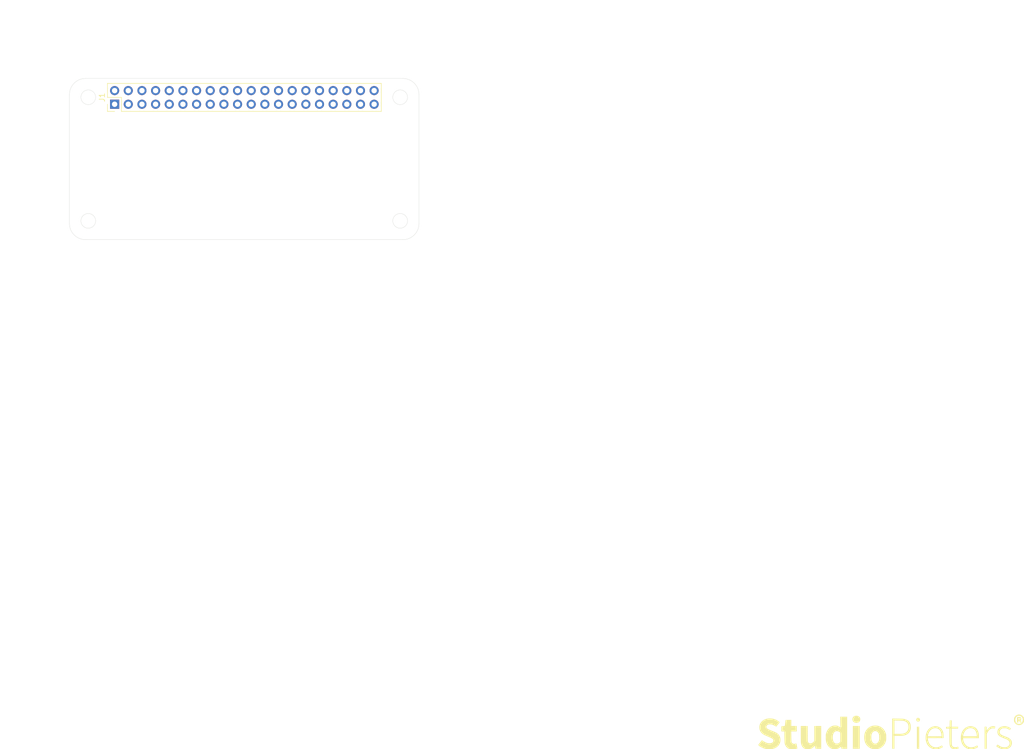
<source format=kicad_pcb>
(kicad_pcb (version 20171130) (host pcbnew "(6.0.0-rc1-dev-1430-g6339ae60e)")

  (general
    (thickness 1.6)
    (drawings 45)
    (tracks 0)
    (zones 0)
    (modules 2)
    (nets 41)
  )

  (page A4)
  (title_block
    (title "Raspberry Pi® Zero W - Hat Template")
    (date 2018-12-28)
    (rev 1.0.8)
    (company StudioPieters®)
    (comment 1 https://www.studiopieters.nl)
  )

  (layers
    (0 F.Cu signal)
    (31 B.Cu signal)
    (32 B.Adhes user)
    (33 F.Adhes user)
    (34 B.Paste user)
    (35 F.Paste user)
    (36 B.SilkS user)
    (37 F.SilkS user)
    (38 B.Mask user)
    (39 F.Mask user)
    (40 Dwgs.User user)
    (41 Cmts.User user)
    (42 Eco1.User user)
    (43 Eco2.User user)
    (44 Edge.Cuts user)
    (45 Margin user)
    (46 B.CrtYd user)
    (47 F.CrtYd user)
    (48 B.Fab user)
    (49 F.Fab user)
  )

  (setup
    (last_trace_width 0.25)
    (trace_clearance 0.2)
    (zone_clearance 0.508)
    (zone_45_only no)
    (trace_min 0.2)
    (via_size 0.8)
    (via_drill 0.4)
    (via_min_size 0.4)
    (via_min_drill 0.3)
    (uvia_size 0.3)
    (uvia_drill 0.1)
    (uvias_allowed no)
    (uvia_min_size 0.2)
    (uvia_min_drill 0.1)
    (edge_width 0.05)
    (segment_width 0.2)
    (pcb_text_width 0.3)
    (pcb_text_size 1.5 1.5)
    (mod_edge_width 0.12)
    (mod_text_size 1 1)
    (mod_text_width 0.15)
    (pad_size 1.524 1.524)
    (pad_drill 0.762)
    (pad_to_mask_clearance 0.051)
    (solder_mask_min_width 0.25)
    (aux_axis_origin 0 0)
    (visible_elements FFFFFF7F)
    (pcbplotparams
      (layerselection 0x010fc_ffffffff)
      (usegerberextensions false)
      (usegerberattributes false)
      (usegerberadvancedattributes false)
      (creategerberjobfile false)
      (excludeedgelayer true)
      (linewidth 0.100000)
      (plotframeref false)
      (viasonmask false)
      (mode 1)
      (useauxorigin false)
      (hpglpennumber 1)
      (hpglpenspeed 20)
      (hpglpendiameter 15.000000)
      (psnegative false)
      (psa4output false)
      (plotreference true)
      (plotvalue true)
      (plotinvisibletext false)
      (padsonsilk false)
      (subtractmaskfromsilk false)
      (outputformat 1)
      (mirror false)
      (drillshape 1)
      (scaleselection 1)
      (outputdirectory ""))
  )

  (net 0 "")
  (net 1 "Net-(J1-Pad1)")
  (net 2 "Net-(J1-Pad2)")
  (net 3 "Net-(J1-Pad3)")
  (net 4 "Net-(J1-Pad4)")
  (net 5 "Net-(J1-Pad5)")
  (net 6 "Net-(J1-Pad6)")
  (net 7 "Net-(J1-Pad7)")
  (net 8 "Net-(J1-Pad8)")
  (net 9 "Net-(J1-Pad9)")
  (net 10 "Net-(J1-Pad10)")
  (net 11 "Net-(J1-Pad11)")
  (net 12 "Net-(J1-Pad12)")
  (net 13 "Net-(J1-Pad13)")
  (net 14 "Net-(J1-Pad14)")
  (net 15 "Net-(J1-Pad15)")
  (net 16 "Net-(J1-Pad16)")
  (net 17 "Net-(J1-Pad17)")
  (net 18 "Net-(J1-Pad18)")
  (net 19 "Net-(J1-Pad19)")
  (net 20 "Net-(J1-Pad20)")
  (net 21 "Net-(J1-Pad21)")
  (net 22 "Net-(J1-Pad22)")
  (net 23 "Net-(J1-Pad23)")
  (net 24 "Net-(J1-Pad24)")
  (net 25 "Net-(J1-Pad25)")
  (net 26 "Net-(J1-Pad26)")
  (net 27 "Net-(J1-Pad27)")
  (net 28 "Net-(J1-Pad28)")
  (net 29 "Net-(J1-Pad29)")
  (net 30 "Net-(J1-Pad30)")
  (net 31 "Net-(J1-Pad31)")
  (net 32 "Net-(J1-Pad32)")
  (net 33 "Net-(J1-Pad33)")
  (net 34 "Net-(J1-Pad34)")
  (net 35 "Net-(J1-Pad35)")
  (net 36 "Net-(J1-Pad36)")
  (net 37 "Net-(J1-Pad37)")
  (net 38 "Net-(J1-Pad38)")
  (net 39 "Net-(J1-Pad39)")
  (net 40 "Net-(J1-Pad40)")

  (net_class Default "This is the default net class."
    (clearance 0.2)
    (trace_width 0.25)
    (via_dia 0.8)
    (via_drill 0.4)
    (uvia_dia 0.3)
    (uvia_drill 0.1)
    (add_net "Net-(J1-Pad1)")
    (add_net "Net-(J1-Pad10)")
    (add_net "Net-(J1-Pad11)")
    (add_net "Net-(J1-Pad12)")
    (add_net "Net-(J1-Pad13)")
    (add_net "Net-(J1-Pad14)")
    (add_net "Net-(J1-Pad15)")
    (add_net "Net-(J1-Pad16)")
    (add_net "Net-(J1-Pad17)")
    (add_net "Net-(J1-Pad18)")
    (add_net "Net-(J1-Pad19)")
    (add_net "Net-(J1-Pad2)")
    (add_net "Net-(J1-Pad20)")
    (add_net "Net-(J1-Pad21)")
    (add_net "Net-(J1-Pad22)")
    (add_net "Net-(J1-Pad23)")
    (add_net "Net-(J1-Pad24)")
    (add_net "Net-(J1-Pad25)")
    (add_net "Net-(J1-Pad26)")
    (add_net "Net-(J1-Pad27)")
    (add_net "Net-(J1-Pad28)")
    (add_net "Net-(J1-Pad29)")
    (add_net "Net-(J1-Pad3)")
    (add_net "Net-(J1-Pad30)")
    (add_net "Net-(J1-Pad31)")
    (add_net "Net-(J1-Pad32)")
    (add_net "Net-(J1-Pad33)")
    (add_net "Net-(J1-Pad34)")
    (add_net "Net-(J1-Pad35)")
    (add_net "Net-(J1-Pad36)")
    (add_net "Net-(J1-Pad37)")
    (add_net "Net-(J1-Pad38)")
    (add_net "Net-(J1-Pad39)")
    (add_net "Net-(J1-Pad4)")
    (add_net "Net-(J1-Pad40)")
    (add_net "Net-(J1-Pad5)")
    (add_net "Net-(J1-Pad6)")
    (add_net "Net-(J1-Pad7)")
    (add_net "Net-(J1-Pad8)")
    (add_net "Net-(J1-Pad9)")
  )

  (module Connector_PinHeader_2.54mm:PinHeader_2x20_P2.54mm_Vertical (layer F.Cu) (tedit 59FED5CC) (tstamp 5C2616A7)
    (at 58.4 53.8 90)
    (descr "Through hole straight pin header, 2x20, 2.54mm pitch, double rows")
    (tags "Through hole pin header THT 2x20 2.54mm double row")
    (path /5C26120C)
    (fp_text reference J1 (at 1.27 -2.33 90) (layer F.SilkS)
      (effects (font (size 1 1) (thickness 0.15)))
    )
    (fp_text value Conn_02x20_Odd_Even (at 1.27 50.59 90) (layer F.Fab) hide
      (effects (font (size 1 1) (thickness 0.15)))
    )
    (fp_text user %R (at 1.27 24.13 180) (layer F.Fab)
      (effects (font (size 1 1) (thickness 0.15)))
    )
    (fp_line (start 4.35 -1.8) (end -1.8 -1.8) (layer F.CrtYd) (width 0.05))
    (fp_line (start 4.35 50.05) (end 4.35 -1.8) (layer F.CrtYd) (width 0.05))
    (fp_line (start -1.8 50.05) (end 4.35 50.05) (layer F.CrtYd) (width 0.05))
    (fp_line (start -1.8 -1.8) (end -1.8 50.05) (layer F.CrtYd) (width 0.05))
    (fp_line (start -1.33 -1.33) (end 0 -1.33) (layer F.SilkS) (width 0.12))
    (fp_line (start -1.33 0) (end -1.33 -1.33) (layer F.SilkS) (width 0.12))
    (fp_line (start 1.27 -1.33) (end 3.87 -1.33) (layer F.SilkS) (width 0.12))
    (fp_line (start 1.27 1.27) (end 1.27 -1.33) (layer F.SilkS) (width 0.12))
    (fp_line (start -1.33 1.27) (end 1.27 1.27) (layer F.SilkS) (width 0.12))
    (fp_line (start 3.87 -1.33) (end 3.87 49.59) (layer F.SilkS) (width 0.12))
    (fp_line (start -1.33 1.27) (end -1.33 49.59) (layer F.SilkS) (width 0.12))
    (fp_line (start -1.33 49.59) (end 3.87 49.59) (layer F.SilkS) (width 0.12))
    (fp_line (start -1.27 0) (end 0 -1.27) (layer F.Fab) (width 0.1))
    (fp_line (start -1.27 49.53) (end -1.27 0) (layer F.Fab) (width 0.1))
    (fp_line (start 3.81 49.53) (end -1.27 49.53) (layer F.Fab) (width 0.1))
    (fp_line (start 3.81 -1.27) (end 3.81 49.53) (layer F.Fab) (width 0.1))
    (fp_line (start 0 -1.27) (end 3.81 -1.27) (layer F.Fab) (width 0.1))
    (pad 40 thru_hole oval (at 2.54 48.26 90) (size 1.7 1.7) (drill 1) (layers *.Cu *.Mask)
      (net 40 "Net-(J1-Pad40)"))
    (pad 39 thru_hole oval (at 0 48.26 90) (size 1.7 1.7) (drill 1) (layers *.Cu *.Mask)
      (net 39 "Net-(J1-Pad39)"))
    (pad 38 thru_hole oval (at 2.54 45.72 90) (size 1.7 1.7) (drill 1) (layers *.Cu *.Mask)
      (net 38 "Net-(J1-Pad38)"))
    (pad 37 thru_hole oval (at 0 45.72 90) (size 1.7 1.7) (drill 1) (layers *.Cu *.Mask)
      (net 37 "Net-(J1-Pad37)"))
    (pad 36 thru_hole oval (at 2.54 43.18 90) (size 1.7 1.7) (drill 1) (layers *.Cu *.Mask)
      (net 36 "Net-(J1-Pad36)"))
    (pad 35 thru_hole oval (at 0 43.18 90) (size 1.7 1.7) (drill 1) (layers *.Cu *.Mask)
      (net 35 "Net-(J1-Pad35)"))
    (pad 34 thru_hole oval (at 2.54 40.64 90) (size 1.7 1.7) (drill 1) (layers *.Cu *.Mask)
      (net 34 "Net-(J1-Pad34)"))
    (pad 33 thru_hole oval (at 0 40.64 90) (size 1.7 1.7) (drill 1) (layers *.Cu *.Mask)
      (net 33 "Net-(J1-Pad33)"))
    (pad 32 thru_hole oval (at 2.54 38.1 90) (size 1.7 1.7) (drill 1) (layers *.Cu *.Mask)
      (net 32 "Net-(J1-Pad32)"))
    (pad 31 thru_hole oval (at 0 38.1 90) (size 1.7 1.7) (drill 1) (layers *.Cu *.Mask)
      (net 31 "Net-(J1-Pad31)"))
    (pad 30 thru_hole oval (at 2.54 35.56 90) (size 1.7 1.7) (drill 1) (layers *.Cu *.Mask)
      (net 30 "Net-(J1-Pad30)"))
    (pad 29 thru_hole oval (at 0 35.56 90) (size 1.7 1.7) (drill 1) (layers *.Cu *.Mask)
      (net 29 "Net-(J1-Pad29)"))
    (pad 28 thru_hole oval (at 2.54 33.02 90) (size 1.7 1.7) (drill 1) (layers *.Cu *.Mask)
      (net 28 "Net-(J1-Pad28)"))
    (pad 27 thru_hole oval (at 0 33.02 90) (size 1.7 1.7) (drill 1) (layers *.Cu *.Mask)
      (net 27 "Net-(J1-Pad27)"))
    (pad 26 thru_hole oval (at 2.54 30.48 90) (size 1.7 1.7) (drill 1) (layers *.Cu *.Mask)
      (net 26 "Net-(J1-Pad26)"))
    (pad 25 thru_hole oval (at 0 30.48 90) (size 1.7 1.7) (drill 1) (layers *.Cu *.Mask)
      (net 25 "Net-(J1-Pad25)"))
    (pad 24 thru_hole oval (at 2.54 27.94 90) (size 1.7 1.7) (drill 1) (layers *.Cu *.Mask)
      (net 24 "Net-(J1-Pad24)"))
    (pad 23 thru_hole oval (at 0 27.94 90) (size 1.7 1.7) (drill 1) (layers *.Cu *.Mask)
      (net 23 "Net-(J1-Pad23)"))
    (pad 22 thru_hole oval (at 2.54 25.4 90) (size 1.7 1.7) (drill 1) (layers *.Cu *.Mask)
      (net 22 "Net-(J1-Pad22)"))
    (pad 21 thru_hole oval (at 0 25.4 90) (size 1.7 1.7) (drill 1) (layers *.Cu *.Mask)
      (net 21 "Net-(J1-Pad21)"))
    (pad 20 thru_hole oval (at 2.54 22.86 90) (size 1.7 1.7) (drill 1) (layers *.Cu *.Mask)
      (net 20 "Net-(J1-Pad20)"))
    (pad 19 thru_hole oval (at 0 22.86 90) (size 1.7 1.7) (drill 1) (layers *.Cu *.Mask)
      (net 19 "Net-(J1-Pad19)"))
    (pad 18 thru_hole oval (at 2.54 20.32 90) (size 1.7 1.7) (drill 1) (layers *.Cu *.Mask)
      (net 18 "Net-(J1-Pad18)"))
    (pad 17 thru_hole oval (at 0 20.32 90) (size 1.7 1.7) (drill 1) (layers *.Cu *.Mask)
      (net 17 "Net-(J1-Pad17)"))
    (pad 16 thru_hole oval (at 2.54 17.78 90) (size 1.7 1.7) (drill 1) (layers *.Cu *.Mask)
      (net 16 "Net-(J1-Pad16)"))
    (pad 15 thru_hole oval (at 0 17.78 90) (size 1.7 1.7) (drill 1) (layers *.Cu *.Mask)
      (net 15 "Net-(J1-Pad15)"))
    (pad 14 thru_hole oval (at 2.54 15.24 90) (size 1.7 1.7) (drill 1) (layers *.Cu *.Mask)
      (net 14 "Net-(J1-Pad14)"))
    (pad 13 thru_hole oval (at 0 15.24 90) (size 1.7 1.7) (drill 1) (layers *.Cu *.Mask)
      (net 13 "Net-(J1-Pad13)"))
    (pad 12 thru_hole oval (at 2.54 12.7 90) (size 1.7 1.7) (drill 1) (layers *.Cu *.Mask)
      (net 12 "Net-(J1-Pad12)"))
    (pad 11 thru_hole oval (at 0 12.7 90) (size 1.7 1.7) (drill 1) (layers *.Cu *.Mask)
      (net 11 "Net-(J1-Pad11)"))
    (pad 10 thru_hole oval (at 2.54 10.16 90) (size 1.7 1.7) (drill 1) (layers *.Cu *.Mask)
      (net 10 "Net-(J1-Pad10)"))
    (pad 9 thru_hole oval (at 0 10.16 90) (size 1.7 1.7) (drill 1) (layers *.Cu *.Mask)
      (net 9 "Net-(J1-Pad9)"))
    (pad 8 thru_hole oval (at 2.54 7.62 90) (size 1.7 1.7) (drill 1) (layers *.Cu *.Mask)
      (net 8 "Net-(J1-Pad8)"))
    (pad 7 thru_hole oval (at 0 7.62 90) (size 1.7 1.7) (drill 1) (layers *.Cu *.Mask)
      (net 7 "Net-(J1-Pad7)"))
    (pad 6 thru_hole oval (at 2.54 5.08 90) (size 1.7 1.7) (drill 1) (layers *.Cu *.Mask)
      (net 6 "Net-(J1-Pad6)"))
    (pad 5 thru_hole oval (at 0 5.08 90) (size 1.7 1.7) (drill 1) (layers *.Cu *.Mask)
      (net 5 "Net-(J1-Pad5)"))
    (pad 4 thru_hole oval (at 2.54 2.54 90) (size 1.7 1.7) (drill 1) (layers *.Cu *.Mask)
      (net 4 "Net-(J1-Pad4)"))
    (pad 3 thru_hole oval (at 0 2.54 90) (size 1.7 1.7) (drill 1) (layers *.Cu *.Mask)
      (net 3 "Net-(J1-Pad3)"))
    (pad 2 thru_hole oval (at 2.54 0 90) (size 1.7 1.7) (drill 1) (layers *.Cu *.Mask)
      (net 2 "Net-(J1-Pad2)"))
    (pad 1 thru_hole rect (at 0 0 90) (size 1.7 1.7) (drill 1) (layers *.Cu *.Mask)
      (net 1 "Net-(J1-Pad1)"))
    (model ${KISYS3DMOD}/Connector_PinHeader_2.54mm.3dshapes/PinHeader_2x20_P2.54mm_Vertical.wrl
      (at (xyz 0 0 0))
      (scale (xyz 1 1 1))
      (rotate (xyz 0 0 0))
    )
  )

  (module StudioPieters:StudioPieters_Kicad_Logo (layer F.Cu) (tedit 0) (tstamp 5C26F196)
    (at 202.8 170.6)
    (fp_text reference G*** (at 0 0) (layer F.SilkS) hide
      (effects (font (size 1.524 1.524) (thickness 0.3)))
    )
    (fp_text value LOGO (at 0.75 0) (layer F.SilkS) hide
      (effects (font (size 1.524 1.524) (thickness 0.3)))
    )
    (fp_poly (pts (xy 23.73739 -2.761219) (xy 23.874658 -2.756377) (xy 23.967521 -2.749961) (xy 24.028007 -2.739173)
      (xy 24.068141 -2.72121) (xy 24.099951 -2.693271) (xy 24.11839 -2.672482) (xy 24.174731 -2.566967)
      (xy 24.190008 -2.442531) (xy 24.164442 -2.318746) (xy 24.113428 -2.231778) (xy 24.040412 -2.145003)
      (xy 24.14165 -1.963971) (xy 24.190827 -1.873933) (xy 24.226822 -1.804024) (xy 24.242671 -1.767838)
      (xy 24.242889 -1.766359) (xy 24.21765 -1.756454) (xy 24.15382 -1.750526) (xy 24.116295 -1.749778)
      (xy 24.048181 -1.751685) (xy 24.003655 -1.764893) (xy 23.968653 -1.800631) (xy 23.929113 -1.870127)
      (xy 23.904222 -1.919111) (xy 23.855106 -2.010782) (xy 23.816968 -2.061983) (xy 23.778426 -2.084071)
      (xy 23.734483 -2.088444) (xy 23.687841 -2.086197) (xy 23.662667 -2.070584) (xy 23.652339 -2.028303)
      (xy 23.650238 -1.94605) (xy 23.650222 -1.919111) (xy 23.650222 -1.749778) (xy 23.424444 -1.749778)
      (xy 23.424444 -2.441222) (xy 23.650222 -2.441222) (xy 23.650222 -2.286) (xy 23.749 -2.286)
      (xy 23.849507 -2.306331) (xy 23.904222 -2.342444) (xy 23.954639 -2.417677) (xy 23.950209 -2.484363)
      (xy 23.892314 -2.538887) (xy 23.817758 -2.568738) (xy 23.726596 -2.591584) (xy 23.676435 -2.587541)
      (xy 23.655063 -2.547316) (xy 23.650267 -2.461614) (xy 23.650222 -2.441222) (xy 23.424444 -2.441222)
      (xy 23.424444 -2.770772) (xy 23.73739 -2.761219)) (layer F.SilkS) (width 0.01))
    (fp_poly (pts (xy 5.130676 -2.598373) (xy 5.247523 -2.541368) (xy 5.323803 -2.445202) (xy 5.359334 -2.310147)
      (xy 5.362117 -2.251167) (xy 5.339981 -2.113905) (xy 5.27482 -2.012745) (xy 5.168866 -1.950097)
      (xy 5.064213 -1.929851) (xy 4.970099 -1.92868) (xy 4.891941 -1.937462) (xy 4.868333 -1.944502)
      (xy 4.759835 -2.020758) (xy 4.693469 -2.132476) (xy 4.672837 -2.255737) (xy 4.694681 -2.396748)
      (xy 4.75948 -2.507431) (xy 4.859281 -2.581835) (xy 4.986128 -2.614007) (xy 5.130676 -2.598373)) (layer F.SilkS) (width 0.01))
    (fp_poly (pts (xy -6.349949 -3.002098) (xy -6.258097 -2.990868) (xy -6.17638 -2.965472) (xy -6.081729 -2.921025)
      (xy -6.080834 -2.920568) (xy -5.926332 -2.819127) (xy -5.821296 -2.695139) (xy -5.761843 -2.54213)
      (xy -5.74406 -2.358769) (xy -5.766464 -2.159702) (xy -5.832653 -1.995964) (xy -5.943828 -1.865835)
      (xy -6.101194 -1.767594) (xy -6.179097 -1.73622) (xy -6.28988 -1.710944) (xy -6.428544 -1.698086)
      (xy -6.570116 -1.698414) (xy -6.68962 -1.712694) (xy -6.717072 -1.719702) (xy -6.900025 -1.801055)
      (xy -7.041657 -1.919334) (xy -7.139179 -2.070839) (xy -7.189803 -2.251864) (xy -7.196667 -2.356555)
      (xy -7.172315 -2.549643) (xy -7.099844 -2.713533) (xy -6.980127 -2.846813) (xy -6.837009 -2.937357)
      (xy -6.74396 -2.974626) (xy -6.643761 -2.995344) (xy -6.514757 -3.003501) (xy -6.475005 -3.004048)
      (xy -6.349949 -3.002098)) (layer F.SilkS) (width 0.01))
    (fp_poly (pts (xy 23.980279 -3.215749) (xy 24.122104 -3.17966) (xy 24.282268 -3.09904) (xy 24.43436 -2.9767)
      (xy 24.56284 -2.826869) (xy 24.629523 -2.715051) (xy 24.665907 -2.635486) (xy 24.689093 -2.56458)
      (xy 24.701989 -2.485513) (xy 24.707502 -2.381464) (xy 24.708556 -2.257778) (xy 24.706905 -2.116394)
      (xy 24.70009 -2.014389) (xy 24.685319 -1.934747) (xy 24.6598 -1.860452) (xy 24.633728 -1.801837)
      (xy 24.520427 -1.620157) (xy 24.368416 -1.465529) (xy 24.193111 -1.35287) (xy 24.04294 -1.303308)
      (xy 23.863793 -1.278118) (xy 23.677962 -1.278058) (xy 23.507738 -1.303883) (xy 23.434507 -1.32711)
      (xy 23.243854 -1.432302) (xy 23.08068 -1.583381) (xy 22.952071 -1.773604) (xy 22.939564 -1.798198)
      (xy 22.894573 -1.895009) (xy 22.867291 -1.974762) (xy 22.853452 -2.058233) (xy 22.848788 -2.166198)
      (xy 22.84858 -2.241212) (xy 22.8506 -2.263267) (xy 23.07069 -2.263267) (xy 23.090508 -2.061044)
      (xy 23.157117 -1.876022) (xy 23.272027 -1.704813) (xy 23.415446 -1.581676) (xy 23.585692 -1.507693)
      (xy 23.702103 -1.480144) (xy 23.792246 -1.472167) (xy 23.8829 -1.484049) (xy 23.987233 -1.512012)
      (xy 24.153784 -1.589353) (xy 24.292554 -1.709088) (xy 24.39912 -1.862224) (xy 24.469055 -2.039769)
      (xy 24.497937 -2.23273) (xy 24.48134 -2.432116) (xy 24.467749 -2.48856) (xy 24.393464 -2.664191)
      (xy 24.282441 -2.807624) (xy 24.143345 -2.916426) (xy 23.984841 -2.988166) (xy 23.815594 -3.02041)
      (xy 23.64427 -3.010728) (xy 23.479534 -2.956686) (xy 23.330052 -2.855853) (xy 23.291834 -2.818613)
      (xy 23.173088 -2.654192) (xy 23.098795 -2.46503) (xy 23.07069 -2.263267) (xy 22.8506 -2.263267)
      (xy 22.871813 -2.494862) (xy 22.939691 -2.713997) (xy 23.052195 -2.898591) (xy 23.209312 -3.048618)
      (xy 23.390004 -3.154599) (xy 23.57037 -3.211415) (xy 23.774002 -3.232034) (xy 23.980279 -3.215749)) (layer F.SilkS) (width 0.01))
    (fp_poly (pts (xy 19.081457 -1.052269) (xy 19.201894 -1.037551) (xy 19.270715 -1.018779) (xy 19.315685 -0.999264)
      (xy 19.341807 -0.978977) (xy 19.350286 -0.946019) (xy 19.342329 -0.888487) (xy 19.31914 -0.794481)
      (xy 19.300592 -0.723913) (xy 19.277856 -0.654725) (xy 19.251298 -0.629043) (xy 19.210433 -0.634006)
      (xy 19.150301 -0.646147) (xy 19.056018 -0.658854) (xy 18.965333 -0.667836) (xy 18.759002 -0.657211)
      (xy 18.559611 -0.592134) (xy 18.369433 -0.474406) (xy 18.19074 -0.305825) (xy 18.025801 -0.088191)
      (xy 17.87689 0.176697) (xy 17.863154 0.205323) (xy 17.780044 0.381) (xy 17.780022 1.756833)
      (xy 17.78 3.132667) (xy 17.384889 3.132667) (xy 17.384889 -0.959555) (xy 17.751778 -0.959555)
      (xy 17.751778 -0.737717) (xy 17.754163 -0.609819) (xy 17.760427 -0.484646) (xy 17.769237 -0.388548)
      (xy 17.769606 -0.385806) (xy 17.787434 -0.255734) (xy 17.922342 -0.447836) (xy 18.100913 -0.667379)
      (xy 18.297159 -0.839296) (xy 18.508026 -0.965776) (xy 18.608224 -1.01172) (xy 18.692719 -1.03899)
      (xy 18.784049 -1.052414) (xy 18.90475 -1.056823) (xy 18.933958 -1.057046) (xy 19.081457 -1.052269)) (layer F.SilkS) (width 0.01))
    (fp_poly (pts (xy 5.221111 3.132667) (xy 4.797778 3.132667) (xy 4.797778 -0.959555) (xy 5.221111 -0.959555)
      (xy 5.221111 3.132667)) (layer F.SilkS) (width 0.01))
    (fp_poly (pts (xy 1.192389 -2.475829) (xy 1.466481 -2.471731) (xy 1.691195 -2.467418) (xy 1.873598 -2.462491)
      (xy 2.020757 -2.456554) (xy 2.139737 -2.449207) (xy 2.237606 -2.440054) (xy 2.32143 -2.428697)
      (xy 2.398275 -2.414739) (xy 2.441222 -2.405565) (xy 2.744517 -2.318681) (xy 3.000698 -2.202816)
      (xy 3.212264 -2.055906) (xy 3.381712 -1.875888) (xy 3.511542 -1.660698) (xy 3.590105 -1.456832)
      (xy 3.62471 -1.299712) (xy 3.646535 -1.10746) (xy 3.655062 -0.900038) (xy 3.649774 -0.69741)
      (xy 3.630153 -0.51954) (xy 3.616178 -0.451555) (xy 3.522002 -0.179177) (xy 3.384325 0.06054)
      (xy 3.206067 0.263898) (xy 2.990145 0.427196) (xy 2.872761 0.490851) (xy 2.720684 0.558537)
      (xy 2.569589 0.612987) (xy 2.411075 0.655478) (xy 2.236741 0.687285) (xy 2.038188 0.709684)
      (xy 1.807015 0.723952) (xy 1.534821 0.731364) (xy 1.277056 0.733219) (xy 0.620889 0.733778)
      (xy 0.620889 3.132667) (xy 0.197556 3.132667) (xy 0.197556 0.366889) (xy 0.620889 0.366889)
      (xy 1.266303 0.366889) (xy 1.54456 0.364879) (xy 1.772956 0.358642) (xy 1.95794 0.347866)
      (xy 2.105958 0.332238) (xy 2.162359 0.323517) (xy 2.445264 0.253645) (xy 2.683741 0.14922)
      (xy 2.878565 0.00949) (xy 3.030509 -0.166293) (xy 3.140349 -0.378879) (xy 3.208858 -0.629018)
      (xy 3.220009 -0.700394) (xy 3.233436 -0.942682) (xy 3.210388 -1.177671) (xy 3.153822 -1.395359)
      (xy 3.066696 -1.585748) (xy 2.951967 -1.738836) (xy 2.898428 -1.787859) (xy 2.785998 -1.871352)
      (xy 2.674703 -1.93462) (xy 2.545625 -1.986714) (xy 2.379844 -2.036683) (xy 2.376077 -2.037708)
      (xy 2.302755 -2.055969) (xy 2.227024 -2.07045) (xy 2.140607 -2.081756) (xy 2.035229 -2.09049)
      (xy 1.902614 -2.097256) (xy 1.734484 -2.102658) (xy 1.522564 -2.107299) (xy 1.389944 -2.109652)
      (xy 0.620889 -2.122594) (xy 0.620889 0.366889) (xy 0.197556 0.366889) (xy 0.197556 -2.489445)
      (xy 1.192389 -2.475829)) (layer F.SilkS) (width 0.01))
    (fp_poly (pts (xy -5.842 3.132667) (xy -7.112 3.132667) (xy -7.112 -1.100667) (xy -5.842 -1.100667)
      (xy -5.842 3.132667)) (layer F.SilkS) (width 0.01))
    (fp_poly (pts (xy 21.219919 -1.056125) (xy 21.486121 -1.016676) (xy 21.747145 -0.939025) (xy 21.995583 -0.82225)
      (xy 22.027444 -0.803623) (xy 22.142645 -0.733545) (xy 22.213987 -0.682575) (xy 22.245809 -0.640442)
      (xy 22.242451 -0.596875) (xy 22.20825 -0.541605) (xy 22.162704 -0.483449) (xy 22.050039 -0.341949)
      (xy 21.900091 -0.44293) (xy 21.786378 -0.512076) (xy 21.655728 -0.58098) (xy 21.578349 -0.616606)
      (xy 21.494065 -0.649368) (xy 21.416001 -0.670721) (xy 21.327933 -0.683075) (xy 21.213637 -0.688843)
      (xy 21.082 -0.690373) (xy 20.933145 -0.689403) (xy 20.82547 -0.683919) (xy 20.743761 -0.67179)
      (xy 20.672802 -0.650886) (xy 20.608214 -0.624012) (xy 20.449858 -0.526824) (xy 20.32388 -0.398215)
      (xy 20.234431 -0.247877) (xy 20.185659 -0.085498) (xy 20.181714 0.079231) (xy 20.226744 0.236619)
      (xy 20.233671 0.250741) (xy 20.28467 0.335956) (xy 20.349256 0.412633) (xy 20.433722 0.484612)
      (xy 20.544363 0.555728) (xy 20.687472 0.629821) (xy 20.869343 0.710726) (xy 21.09627 0.802283)
      (xy 21.210458 0.846337) (xy 21.375755 0.911282) (xy 21.539841 0.978946) (xy 21.687765 1.042949)
      (xy 21.80458 1.096911) (xy 21.844122 1.116799) (xy 22.009557 1.221822) (xy 22.160555 1.351426)
      (xy 22.285323 1.493398) (xy 22.372071 1.635522) (xy 22.391528 1.683804) (xy 22.449427 1.933151)
      (xy 22.453907 2.175206) (xy 22.407956 2.404698) (xy 22.314562 2.616354) (xy 22.176714 2.804906)
      (xy 21.997401 2.965082) (xy 21.779611 3.091611) (xy 21.546494 3.17412) (xy 21.391263 3.201354)
      (xy 21.20014 3.214993) (xy 20.991947 3.215313) (xy 20.785506 3.202594) (xy 20.599638 3.177111)
      (xy 20.517556 3.158957) (xy 20.379719 3.116712) (xy 20.226641 3.060395) (xy 20.099462 3.005818)
      (xy 19.997221 2.953386) (xy 19.885646 2.889863) (xy 19.775577 2.822263) (xy 19.677857 2.757602)
      (xy 19.603328 2.702894) (xy 19.56283 2.665155) (xy 19.55858 2.655855) (xy 19.576101 2.627456)
      (xy 19.621364 2.569801) (xy 19.681506 2.498923) (xy 19.80385 2.359069) (xy 19.984314 2.49352)
      (xy 20.257492 2.668784) (xy 20.535083 2.789297) (xy 20.822407 2.856745) (xy 21.124783 2.872813)
      (xy 21.174483 2.870752) (xy 21.315463 2.859419) (xy 21.423997 2.839359) (xy 21.524002 2.804856)
      (xy 21.60328 2.768293) (xy 21.777131 2.655995) (xy 21.909598 2.514731) (xy 21.997801 2.352044)
      (xy 22.03886 2.175477) (xy 22.029897 1.992572) (xy 21.968453 1.811719) (xy 21.912668 1.71598)
      (xy 21.842791 1.63006) (xy 21.752636 1.55007) (xy 21.636017 1.472125) (xy 21.486748 1.392335)
      (xy 21.298645 1.306814) (xy 21.065521 1.211674) (xy 20.930564 1.159443) (xy 20.703171 1.070179)
      (xy 20.520429 0.992257) (xy 20.372931 0.920779) (xy 20.251271 0.850848) (xy 20.146042 0.777564)
      (xy 20.058103 0.705129) (xy 19.919676 0.547353) (xy 19.82437 0.36124) (xy 19.773137 0.155974)
      (xy 19.76693 -0.059259) (xy 19.8067 -0.275277) (xy 19.893401 -0.482895) (xy 19.92876 -0.542255)
      (xy 20.070482 -0.712641) (xy 20.251468 -0.85036) (xy 20.464313 -0.954491) (xy 20.701607 -1.024111)
      (xy 20.955945 -1.058296) (xy 21.219919 -1.056125)) (layer F.SilkS) (width 0.01))
    (fp_poly (pts (xy 14.879023 -1.060441) (xy 15.178123 -1.013216) (xy 15.442154 -0.921837) (xy 15.67163 -0.785969)
      (xy 15.867062 -0.605277) (xy 16.028963 -0.379425) (xy 16.08827 -0.268606) (xy 16.161116 -0.109671)
      (xy 16.215187 0.036385) (xy 16.253624 0.183999) (xy 16.279566 0.347609) (xy 16.296153 0.541654)
      (xy 16.304735 0.726722) (xy 16.32 1.157111) (xy 13.369539 1.157111) (xy 13.387841 1.335756)
      (xy 13.443523 1.654114) (xy 13.540671 1.944) (xy 13.676287 2.201704) (xy 13.847371 2.423519)
      (xy 14.050925 2.605734) (xy 14.28395 2.744642) (xy 14.543446 2.836533) (xy 14.614001 2.852095)
      (xy 14.869114 2.876065) (xy 15.139858 2.855802) (xy 15.411064 2.794376) (xy 15.667566 2.694856)
      (xy 15.826159 2.606792) (xy 15.90561 2.557265) (xy 15.964441 2.522893) (xy 15.987961 2.511778)
      (xy 16.007107 2.534718) (xy 16.04041 2.592077) (xy 16.079174 2.666665) (xy 16.1147 2.741291)
      (xy 16.138291 2.798764) (xy 16.143111 2.818427) (xy 16.118538 2.846664) (xy 16.05209 2.889732)
      (xy 15.954671 2.942452) (xy 15.837186 2.999649) (xy 15.710539 3.056148) (xy 15.585634 3.10677)
      (xy 15.473377 3.146341) (xy 15.419597 3.161873) (xy 15.260776 3.191299) (xy 15.069684 3.209555)
      (xy 14.864426 3.216452) (xy 14.663112 3.211801) (xy 14.483847 3.195414) (xy 14.365111 3.172853)
      (xy 14.086181 3.071431) (xy 13.823971 2.921334) (xy 13.58727 2.72977) (xy 13.384872 2.503949)
      (xy 13.225568 2.251081) (xy 13.21478 2.229556) (xy 13.087909 1.911562) (xy 13.004358 1.567101)
      (xy 12.966028 1.208047) (xy 12.974818 0.846277) (xy 12.977755 0.818445) (xy 13.370924 0.818445)
      (xy 14.65824 0.818445) (xy 14.921704 0.817996) (xy 15.167023 0.816711) (xy 15.388603 0.814682)
      (xy 15.58085 0.812001) (xy 15.738172 0.80876) (xy 15.854976 0.805051) (xy 15.925668 0.800966)
      (xy 15.945324 0.797278) (xy 15.942194 0.761327) (xy 15.93404 0.683552) (xy 15.922375 0.578195)
      (xy 15.917156 0.532314) (xy 15.861864 0.223016) (xy 15.772268 -0.043503) (xy 15.649207 -0.266349)
      (xy 15.49352 -0.444628) (xy 15.306046 -0.577446) (xy 15.087625 -0.663911) (xy 14.839096 -0.70313)
      (xy 14.75421 -0.705555) (xy 14.496437 -0.678552) (xy 14.255895 -0.598479) (xy 14.035029 -0.466738)
      (xy 13.836286 -0.284733) (xy 13.688175 -0.093955) (xy 13.566885 0.12283) (xy 13.468255 0.369441)
      (xy 13.401863 0.620794) (xy 13.39098 0.684389) (xy 13.370924 0.818445) (xy 12.977755 0.818445)
      (xy 12.982239 0.775971) (xy 13.043263 0.428376) (xy 13.140186 0.119902) (xy 13.276115 -0.156269)
      (xy 13.454154 -0.406957) (xy 13.587444 -0.552974) (xy 13.828281 -0.759522) (xy 14.08671 -0.913848)
      (xy 14.36032 -1.015008) (xy 14.646701 -1.062052) (xy 14.879023 -1.060441)) (layer F.SilkS) (width 0.01))
    (fp_poly (pts (xy 11.260667 -0.959555) (xy 12.446 -0.959555) (xy 12.446 -0.620889) (xy 11.260667 -0.620889)
      (xy 11.260667 0.827433) (xy 11.260865 1.172864) (xy 11.261719 1.466715) (xy 11.263619 1.713851)
      (xy 11.266953 1.919139) (xy 11.272111 2.087441) (xy 11.279482 2.223622) (xy 11.289454 2.332548)
      (xy 11.302417 2.419083) (xy 11.318761 2.488092) (xy 11.338874 2.54444) (xy 11.363145 2.59299)
      (xy 11.391964 2.638608) (xy 11.407307 2.660583) (xy 11.508502 2.756595) (xy 11.648159 2.823018)
      (xy 11.81568 2.858182) (xy 12.00047 2.860416) (xy 12.191931 2.828047) (xy 12.28502 2.799031)
      (xy 12.383043 2.767284) (xy 12.438997 2.759636) (xy 12.460938 2.773907) (xy 12.508172 2.909435)
      (xy 12.535457 3.000444) (xy 12.544702 3.054454) (xy 12.538269 3.078582) (xy 12.502298 3.095365)
      (xy 12.426628 3.121408) (xy 12.326162 3.15167) (xy 12.303089 3.15815) (xy 12.10355 3.198593)
      (xy 11.890928 3.216304) (xy 11.684059 3.211156) (xy 11.50178 3.183022) (xy 11.436086 3.163976)
      (xy 11.253781 3.072395) (xy 11.104347 2.935565) (xy 10.988593 2.754693) (xy 10.907327 2.530987)
      (xy 10.86681 2.314963) (xy 10.860468 2.234521) (xy 10.854655 2.103948) (xy 10.849486 1.929556)
      (xy 10.845079 1.717656) (xy 10.841551 1.47456) (xy 10.83902 1.206579) (xy 10.837602 0.920025)
      (xy 10.837333 0.727463) (xy 10.837333 -0.620889) (xy 10.216444 -0.620889) (xy 10.216444 -0.925765)
      (xy 10.859916 -0.965971) (xy 10.900968 -2.144889) (xy 11.260667 -2.144889) (xy 11.260667 -0.959555)) (layer F.SilkS) (width 0.01))
    (fp_poly (pts (xy 8.353778 -1.057902) (xy 8.647123 -1.006526) (xy 8.910228 -0.908084) (xy 9.141377 -0.763743)
      (xy 9.338855 -0.574667) (xy 9.500946 -0.342021) (xy 9.552243 -0.243813) (xy 9.62937 -0.065606)
      (xy 9.684553 0.108588) (xy 9.720756 0.293777) (xy 9.740941 0.504969) (xy 9.748012 0.747889)
      (xy 9.750778 1.143) (xy 8.290278 1.15031) (xy 6.829778 1.157619) (xy 6.829975 1.27731)
      (xy 6.836846 1.362589) (xy 6.854851 1.479668) (xy 6.880386 1.60586) (xy 6.885928 1.629561)
      (xy 6.98253 1.928664) (xy 7.118009 2.19155) (xy 7.28841 2.415696) (xy 7.48978 2.598575)
      (xy 7.718167 2.737661) (xy 7.969617 2.830431) (xy 8.240177 2.874357) (xy 8.525893 2.866915)
      (xy 8.755779 2.824069) (xy 8.975365 2.753734) (xy 9.184231 2.660704) (xy 9.350236 2.561524)
      (xy 9.404953 2.526862) (xy 9.435536 2.514956) (xy 9.436936 2.515755) (xy 9.469386 2.566862)
      (xy 9.51086 2.640819) (xy 9.55197 2.719639) (xy 9.58333 2.785334) (xy 9.595556 2.819691)
      (xy 9.570985 2.84655) (xy 9.504492 2.888458) (xy 9.406908 2.940383) (xy 9.289063 2.997294)
      (xy 9.161786 3.054159) (xy 9.035907 3.105946) (xy 8.922257 3.147624) (xy 8.833556 3.173724)
      (xy 8.696662 3.195958) (xy 8.525194 3.209585) (xy 8.33649 3.214621) (xy 8.14789 3.21108)
      (xy 7.976732 3.198977) (xy 7.840356 3.178327) (xy 7.817556 3.172853) (xy 7.537383 3.071172)
      (xy 7.274306 2.921054) (xy 7.037157 2.729722) (xy 6.834764 2.504402) (xy 6.67596 2.252318)
      (xy 6.664591 2.229556) (xy 6.536787 1.911612) (xy 6.453648 1.577726) (xy 6.414261 1.235332)
      (xy 6.417712 0.891867) (xy 6.436483 0.752403) (xy 6.829778 0.752403) (xy 6.829778 0.818445)
      (xy 9.369778 0.818445) (xy 9.369778 0.639515) (xy 9.355536 0.461478) (xy 9.316763 0.260388)
      (xy 9.259393 0.060709) (xy 9.189357 -0.113092) (xy 9.185319 -0.121285) (xy 9.056614 -0.319431)
      (xy 8.890647 -0.479807) (xy 8.694471 -0.599604) (xy 8.475138 -0.676012) (xy 8.239702 -0.706221)
      (xy 7.995217 -0.68742) (xy 7.851403 -0.652756) (xy 7.618348 -0.552944) (xy 7.404956 -0.402904)
      (xy 7.215807 -0.206804) (xy 7.05548 0.031194) (xy 7.014486 0.10854) (xy 6.969285 0.213755)
      (xy 6.923327 0.345255) (xy 6.881691 0.485338) (xy 6.849455 0.616299) (xy 6.831697 0.720438)
      (xy 6.829778 0.752403) (xy 6.436483 0.752403) (xy 6.463086 0.554763) (xy 6.54947 0.231457)
      (xy 6.67595 -0.070618) (xy 6.841611 -0.344026) (xy 7.005175 -0.540706) (xy 7.238399 -0.745213)
      (xy 7.496139 -0.900935) (xy 7.773501 -1.005994) (xy 8.065592 -1.058515) (xy 8.353778 -1.057902)) (layer F.SilkS) (width 0.01))
    (fp_poly (pts (xy -2.603315 -1.163246) (xy -2.280005 -1.08652) (xy -1.982211 -0.9614) (xy -1.712853 -0.790139)
      (xy -1.474853 -0.574993) (xy -1.271129 -0.318216) (xy -1.104603 -0.022063) (xy -0.978195 0.311212)
      (xy -0.970117 0.338667) (xy -0.949883 0.419337) (xy -0.935424 0.506403) (xy -0.925918 0.610873)
      (xy -0.920543 0.743753) (xy -0.918476 0.916051) (xy -0.918448 1.030111) (xy -0.919394 1.214927)
      (xy -0.922056 1.35508) (xy -0.927697 1.462352) (xy -0.937581 1.548524) (xy -0.952969 1.625375)
      (xy -0.975126 1.704687) (xy -0.998631 1.778) (xy -1.133463 2.107479) (xy -1.307602 2.399187)
      (xy -1.518774 2.650906) (xy -1.764704 2.860422) (xy -2.043118 3.025519) (xy -2.351739 3.143979)
      (xy -2.420221 3.162736) (xy -2.619749 3.198578) (xy -2.850349 3.215717) (xy -3.090337 3.214201)
      (xy -3.318029 3.194073) (xy -3.493078 3.160463) (xy -3.799866 3.051264) (xy -4.084483 2.891651)
      (xy -4.340199 2.685503) (xy -4.373028 2.653431) (xy -4.587495 2.408655) (xy -4.754724 2.148053)
      (xy -4.87699 1.865692) (xy -4.956567 1.555637) (xy -4.99573 1.211957) (xy -5.00088 1.016)
      (xy -4.994526 0.892976) (xy -3.690334 0.892976) (xy -3.687868 1.212474) (xy -3.651041 1.489266)
      (xy -3.580048 1.722657) (xy -3.475089 1.911951) (xy -3.366886 2.031095) (xy -3.215533 2.136014)
      (xy -3.055915 2.187974) (xy -2.87968 2.188895) (xy -2.771337 2.168014) (xy -2.628637 2.105172)
      (xy -2.495136 1.995941) (xy -2.380308 1.850375) (xy -2.293629 1.678527) (xy -2.283311 1.650152)
      (xy -2.256648 1.567057) (xy -2.237965 1.489544) (xy -2.225884 1.40473) (xy -2.219027 1.299733)
      (xy -2.216013 1.161672) (xy -2.215444 1.016) (xy -2.216346 0.841525) (xy -2.219971 0.710597)
      (xy -2.227697 0.610335) (xy -2.240903 0.527856) (xy -2.260967 0.450279) (xy -2.283311 0.381848)
      (xy -2.370459 0.195468) (xy -2.488939 0.041105) (xy -2.631059 -0.073331) (xy -2.789126 -0.139936)
      (xy -2.79149 -0.140509) (xy -2.978553 -0.162973) (xy -3.146015 -0.1338) (xy -3.299822 -0.051246)
      (xy -3.401559 0.038222) (xy -3.509189 0.169468) (xy -3.588846 0.318528) (xy -3.643834 0.495181)
      (xy -3.677456 0.709205) (xy -3.690334 0.892976) (xy -4.994526 0.892976) (xy -4.982128 0.652968)
      (xy -4.924304 0.326653) (xy -4.825053 0.030902) (xy -4.68202 -0.240437) (xy -4.492851 -0.493517)
      (xy -4.374444 -0.620977) (xy -4.125803 -0.834221) (xy -3.852814 -0.997124) (xy -3.554334 -1.110143)
      (xy -3.22922 -1.173733) (xy -2.949222 -1.189322) (xy -2.603315 -1.163246)) (layer F.SilkS) (width 0.01))
    (fp_poly (pts (xy -8.184444 3.132667) (xy -9.223541 3.132667) (xy -9.258846 2.935111) (xy -9.277514 2.838317)
      (xy -9.293711 2.767885) (xy -9.304185 2.737806) (xy -9.304765 2.737556) (xy -9.330566 2.753457)
      (xy -9.389454 2.79562) (xy -9.469901 2.855734) (xy -9.490746 2.871611) (xy -9.608927 2.953146)
      (xy -9.748898 3.037077) (xy -9.877778 3.103967) (xy -9.971868 3.146162) (xy -10.048868 3.174474)
      (xy -10.124865 3.191966) (xy -10.21595 3.201698) (xy -10.338211 3.206731) (xy -10.428111 3.208672)
      (xy -10.636681 3.207508) (xy -10.800033 3.195591) (xy -10.90249 3.176373) (xy -11.162754 3.073657)
      (xy -11.40405 2.922403) (xy -11.618461 2.729427) (xy -11.798071 2.501543) (xy -11.904029 2.314222)
      (xy -11.984467 2.136946) (xy -12.045714 1.975291) (xy -12.090193 1.816694) (xy -12.120326 1.648595)
      (xy -12.138536 1.458432) (xy -12.147246 1.233643) (xy -12.148995 1.044222) (xy -12.148863 0.981795)
      (xy -10.861485 0.981795) (xy -10.857596 1.155921) (xy -10.825344 1.444375) (xy -10.761744 1.686561)
      (xy -10.66691 1.882227) (xy -10.540959 2.031117) (xy -10.418164 2.116229) (xy -10.301287 2.155152)
      (xy -10.154323 2.171972) (xy -9.999153 2.166611) (xy -9.857661 2.138989) (xy -9.802479 2.118462)
      (xy -9.71391 2.066129) (xy -9.617689 1.991501) (xy -9.569646 1.946345) (xy -9.454444 1.827638)
      (xy -9.454444 0.966319) (xy -9.454152 0.719778) (xy -9.454237 0.523244) (xy -9.456142 0.370292)
      (xy -9.461308 0.254497) (xy -9.471179 0.16943) (xy -9.487197 0.108668) (xy -9.510804 0.065783)
      (xy -9.543443 0.034349) (xy -9.586556 0.007939) (xy -9.641586 -0.019871) (xy -9.680222 -0.039536)
      (xy -9.776286 -0.083864) (xy -9.869928 -0.117958) (xy -9.900997 -0.126216) (xy -10.108326 -0.147121)
      (xy -10.294441 -0.117497) (xy -10.457481 -0.039835) (xy -10.595588 0.083371) (xy -10.706901 0.24963)
      (xy -10.789562 0.456449) (xy -10.84171 0.701334) (xy -10.861485 0.981795) (xy -12.148863 0.981795)
      (xy -12.148577 0.846798) (xy -12.14621 0.694756) (xy -12.140979 0.577041) (xy -12.131967 0.482601)
      (xy -12.118258 0.400382) (xy -12.098937 0.31933) (xy -12.084687 0.268111) (xy -11.963952 -0.068631)
      (xy -11.807045 -0.367791) (xy -11.616108 -0.626204) (xy -11.393282 -0.840707) (xy -11.275907 -0.926955)
      (xy -11.049791 -1.057736) (xy -10.826658 -1.141418) (xy -10.58893 -1.183467) (xy -10.426691 -1.191026)
      (xy -10.145361 -1.171918) (xy -9.896056 -1.109347) (xy -9.672198 -1.001029) (xy -9.491487 -0.866457)
      (xy -9.389661 -0.777053) (xy -9.408678 -0.87536) (xy -9.413811 -0.927004) (xy -9.41948 -1.027517)
      (xy -9.425419 -1.169328) (xy -9.431359 -1.344867) (xy -9.437035 -1.546562) (xy -9.442178 -1.766845)
      (xy -9.444771 -1.897944) (xy -9.461847 -2.822222) (xy -8.184444 -2.822222) (xy -8.184444 3.132667)) (layer F.SilkS) (width 0.01))
    (fp_poly (pts (xy -15.508111 1.763889) (xy -15.44043 1.901381) (xy -15.353358 2.025408) (xy -15.23532 2.104123)
      (xy -15.083885 2.1387) (xy -14.952891 2.136931) (xy -14.77589 2.098712) (xy -14.613715 2.014905)
      (xy -14.458218 1.880874) (xy -14.4098 1.828064) (xy -14.280444 1.680192) (xy -14.280444 -1.100667)
      (xy -13.010444 -1.100667) (xy -13.010444 3.132667) (xy -13.529536 3.132667) (xy -13.723785 3.131717)
      (xy -13.86771 3.12859) (xy -13.967404 3.122871) (xy -14.028959 3.114143) (xy -14.058469 3.101991)
      (xy -14.062585 3.096295) (xy -14.072535 3.053345) (xy -14.087289 2.969396) (xy -14.104299 2.859413)
      (xy -14.111788 2.807017) (xy -14.147035 2.554111) (xy -14.349757 2.752075) (xy -14.584116 2.949114)
      (xy -14.830502 3.093084) (xy -15.040511 3.172308) (xy -15.189988 3.201568) (xy -15.37345 3.215693)
      (xy -15.57059 3.214982) (xy -15.761097 3.199735) (xy -15.924666 3.170248) (xy -15.965297 3.158718)
      (xy -16.184051 3.061133) (xy -16.37047 2.917481) (xy -16.524238 2.72818) (xy -16.645036 2.493648)
      (xy -16.732549 2.214303) (xy -16.752377 2.12124) (xy -16.761699 2.060783) (xy -16.769552 1.981302)
      (xy -16.77604 1.878282) (xy -16.781269 1.747205) (xy -16.785344 1.583553) (xy -16.788369 1.382811)
      (xy -16.79045 1.140461) (xy -16.791691 0.851985) (xy -16.792198 0.512868) (xy -16.792222 0.40674)
      (xy -16.792222 -1.100667) (xy -15.524189 -1.100667) (xy -15.508111 1.763889)) (layer F.SilkS) (width 0.01))
    (fp_poly (pts (xy -18.570222 -1.100667) (xy -17.554222 -1.100667) (xy -17.554222 -0.084667) (xy -18.574228 -0.084667)
      (xy -18.564276 0.867833) (xy -18.561208 1.138904) (xy -18.557694 1.359724) (xy -18.552919 1.536485)
      (xy -18.546069 1.675381) (xy -18.536331 1.782603) (xy -18.522891 1.864344) (xy -18.504934 1.926798)
      (xy -18.481646 1.976155) (xy -18.452214 2.018609) (xy -18.415823 2.060352) (xy -18.406149 2.070754)
      (xy -18.276366 2.171559) (xy -18.122525 2.221765) (xy -17.944068 2.221478) (xy -17.791541 2.187528)
      (xy -17.709512 2.163496) (xy -17.651701 2.148139) (xy -17.636368 2.145194) (xy -17.622373 2.17105)
      (xy -17.601935 2.241567) (xy -17.577169 2.345613) (xy -17.550193 2.472059) (xy -17.523122 2.609772)
      (xy -17.498073 2.747623) (xy -17.477163 2.874481) (xy -17.462506 2.979214) (xy -17.456221 3.050691)
      (xy -17.45918 3.077136) (xy -17.497483 3.09501) (xy -17.577027 3.11987) (xy -17.683728 3.147533)
      (xy -17.739073 3.160273) (xy -17.907508 3.188465) (xy -18.103639 3.206912) (xy -18.311623 3.215443)
      (xy -18.515621 3.213885) (xy -18.699792 3.202065) (xy -18.848294 3.179811) (xy -18.877714 3.172671)
      (xy -19.122316 3.080019) (xy -19.332621 2.942751) (xy -19.508793 2.760693) (xy -19.650994 2.53367)
      (xy -19.75939 2.261508) (xy -19.773126 2.215445) (xy -19.786081 2.162861) (xy -19.796814 2.100083)
      (xy -19.805619 2.021064) (xy -19.81279 1.919754) (xy -19.818623 1.790106) (xy -19.823411 1.62607)
      (xy -19.827449 1.421599) (xy -19.831032 1.170644) (xy -19.833245 0.980722) (xy -19.844912 -0.084667)
      (xy -20.404667 -0.084667) (xy -20.404667 -1.038926) (xy -20.270611 -1.054492) (xy -20.167075 -1.065775)
      (xy -20.04013 -1.078607) (xy -19.951043 -1.087075) (xy -19.76553 -1.104091) (xy -19.701974 -1.617434)
      (xy -19.680899 -1.784339) (xy -19.661217 -1.934103) (xy -19.644292 -2.056803) (xy -19.63149 -2.142515)
      (xy -19.62453 -2.180167) (xy -19.615088 -2.197661) (xy -19.592925 -2.21049) (xy -19.550359 -2.219365)
      (xy -19.479707 -2.224996) (xy -19.373288 -2.228094) (xy -19.223419 -2.229368) (xy -19.090432 -2.229555)
      (xy -18.570222 -2.229555) (xy -18.570222 -1.100667)) (layer F.SilkS) (width 0.01))
    (fp_poly (pts (xy -22.278874 -2.498351) (xy -21.93989 -2.449398) (xy -21.618888 -2.35407) (xy -21.305672 -2.209875)
      (xy -21.200986 -2.150372) (xy -21.097053 -2.083812) (xy -20.990398 -2.007615) (xy -20.891404 -1.930212)
      (xy -20.810451 -1.860037) (xy -20.75792 -1.805523) (xy -20.743333 -1.778626) (xy -20.760266 -1.749644)
      (xy -20.806395 -1.68659) (xy -20.874714 -1.59807) (xy -20.958218 -1.492689) (xy -21.049901 -1.379052)
      (xy -21.142757 -1.265767) (xy -21.22978 -1.161439) (xy -21.303967 -1.074673) (xy -21.358309 -1.014076)
      (xy -21.385803 -0.988253) (xy -21.387024 -0.987899) (xy -21.419491 -1.002611) (xy -21.482128 -1.040309)
      (xy -21.533556 -1.074113) (xy -21.763215 -1.20991) (xy -21.997905 -1.312055) (xy -22.230662 -1.379908)
      (xy -22.454524 -1.412827) (xy -22.662527 -1.410172) (xy -22.847707 -1.371302) (xy -23.003102 -1.295574)
      (xy -23.092806 -1.217679) (xy -23.180377 -1.086595) (xy -23.213073 -0.952076) (xy -23.191799 -0.819324)
      (xy -23.117461 -0.693537) (xy -22.990963 -0.579914) (xy -22.980526 -0.572784) (xy -22.915913 -0.536392)
      (xy -22.80809 -0.483624) (xy -22.666397 -0.418701) (xy -22.500175 -0.345843) (xy -22.318766 -0.269273)
      (xy -22.212398 -0.225686) (xy -22.021727 -0.147423) (xy -21.836348 -0.069478) (xy -21.666734 0.003605)
      (xy -21.523354 0.067283) (xy -21.416678 0.117016) (xy -21.379998 0.135431) (xy -21.138993 0.292188)
      (xy -20.935821 0.487044) (xy -20.774713 0.714159) (xy -20.659898 0.967687) (xy -20.599649 1.213556)
      (xy -20.578366 1.52361) (xy -20.609708 1.818945) (xy -20.690967 2.095965) (xy -20.819431 2.351078)
      (xy -20.992391 2.58069) (xy -21.207135 2.781208) (xy -21.460953 2.949038) (xy -21.751135 3.080587)
      (xy -22.07497 3.17226) (xy -22.07742 3.172768) (xy -22.254822 3.198539) (xy -22.469129 3.212819)
      (xy -22.702018 3.215766) (xy -22.935164 3.20754) (xy -23.150244 3.188299) (xy -23.311556 3.162055)
      (xy -23.705536 3.049974) (xy -24.079514 2.887779) (xy -24.425685 2.679005) (xy -24.503944 2.622223)
      (xy -24.616861 2.529684) (xy -24.680119 2.459279) (xy -24.694444 2.421573) (xy -24.677583 2.387809)
      (xy -24.631456 2.319926) (xy -24.562745 2.226322) (xy -24.478134 2.115398) (xy -24.384305 1.995553)
      (xy -24.287943 1.875187) (xy -24.19573 1.762699) (xy -24.11435 1.666489) (xy -24.050485 1.594956)
      (xy -24.010818 1.5565) (xy -24.00274 1.552222) (xy -23.975601 1.568086) (xy -23.916846 1.609621)
      (xy -23.841295 1.666242) (xy -23.708523 1.756195) (xy -23.543704 1.850402) (xy -23.365247 1.93976)
      (xy -23.191561 2.015165) (xy -23.041056 2.067515) (xy -23.016348 2.074167) (xy -22.824327 2.107643)
      (xy -22.624259 2.116339) (xy -22.429825 2.101698) (xy -22.254704 2.065164) (xy -22.112577 2.008182)
      (xy -22.058984 1.973123) (xy -21.96281 1.863808) (xy -21.906857 1.727642) (xy -21.894561 1.580583)
      (xy -21.929356 1.438588) (xy -21.939427 1.417591) (xy -21.973448 1.363398) (xy -22.020927 1.311512)
      (xy -22.08753 1.258688) (xy -22.178923 1.201679) (xy -22.300773 1.137239) (xy -22.458745 1.062121)
      (xy -22.658506 0.97308) (xy -22.886201 0.875166) (xy -23.143894 0.764432) (xy -23.355738 0.670288)
      (xy -23.528504 0.588899) (xy -23.668962 0.51643) (xy -23.783883 0.449044) (xy -23.880038 0.382908)
      (xy -23.964197 0.314184) (xy -24.04313 0.239038) (xy -24.083821 0.196722) (xy -24.247362 0.000414)
      (xy -24.364685 -0.194849) (xy -24.443963 -0.403104) (xy -24.453627 -0.438431) (xy -24.479254 -0.582149)
      (xy -24.492807 -0.756389) (xy -24.494162 -0.940001) (xy -24.483194 -1.111837) (xy -24.459779 -1.250749)
      (xy -24.45843 -1.255889) (xy -24.36043 -1.515884) (xy -24.213396 -1.758145) (xy -24.023837 -1.974979)
      (xy -23.798264 -2.158691) (xy -23.593778 -2.277857) (xy -23.410895 -2.36126) (xy -23.244185 -2.421217)
      (xy -23.075891 -2.461953) (xy -22.888251 -2.487695) (xy -22.663509 -2.50267) (xy -22.646036 -2.50342)
      (xy -22.278874 -2.498351)) (layer F.SilkS) (width 0.01))
  )

  (gr_circle (center 53.5 52.5) (end 56.5 52.5) (layer F.CrtYd) (width 0.05))
  (gr_circle (center 53.5 75.5) (end 56.5 75.5) (layer B.CrtYd) (width 0.05) (tstamp 5C22B5C3))
  (gr_circle (center 53.5 75.5) (end 56.5 75.5) (layer F.CrtYd) (width 0.05) (tstamp 5C225B9C))
  (gr_circle (center 53.5 52.5) (end 56.5 52.5) (layer B.CrtYd) (width 0.05) (tstamp 5C22B5C3))
  (gr_circle (center 111.5 52.5) (end 114.5 52.5) (layer B.CrtYd) (width 0.05) (tstamp 5C22B5C3))
  (gr_circle (center 111.5 52.5) (end 114.5 52.5) (layer F.CrtYd) (width 0.05) (tstamp 5C225B9C))
  (gr_circle (center 111.5 75.5) (end 114.5 75.5) (layer B.CrtYd) (width 0.05) (tstamp 5C22B5C3))
  (gr_circle (center 111.5 75.5) (end 114.5 75.5) (layer F.CrtYd) (width 0.05) (tstamp 5C225B9C))
  (dimension 23.000014 (width 0.15) (layer Dwgs.User)
    (gr_text "23.000 mm" (at 124.336968 64.01394 89.937722) (layer Dwgs.User)
      (effects (font (size 1 1) (thickness 0.15)))
    )
    (feature1 (pts (xy 111.5 75.5) (xy 123.61089 75.513164)))
    (feature2 (pts (xy 111.525 52.5) (xy 123.63589 52.513164)))
    (crossbar (pts (xy 123.049469 52.512527) (xy 123.024469 75.512527)))
    (arrow1a (pts (xy 123.024469 75.512527) (xy 122.439273 74.385386)))
    (arrow1b (pts (xy 123.024469 75.512527) (xy 123.612114 74.386661)))
    (arrow2a (pts (xy 123.049469 52.512527) (xy 122.461824 53.638393)))
    (arrow2b (pts (xy 123.049469 52.512527) (xy 123.634665 53.639668)))
  )
  (gr_text "Project name: Raspberry Pi® Zero W - Hat template\n\nProject URI: https://www.studiopieters.nl\n\nDescription: Kicad - Raspberry Pi® Zero W Hat template package\n\nVersion: 1.0.8" (at 56.8 83.2) (layer Dwgs.User)
    (effects (font (size 0.5 0.5) (thickness 0.125)) (justify left))
  )
  (gr_text "License: MIT - Copyright 2018 StudioPieters®" (at 66 77.5) (layer Dwgs.User)
    (effects (font (size 0.5 0.5) (thickness 0.125)))
  )
  (gr_text PP1 (at 104 70.7) (layer Dwgs.User)
    (effects (font (size 1 1) (thickness 0.15)))
  )
  (gr_text PP6 (at 104.2 77.4) (layer Dwgs.User)
    (effects (font (size 1 1) (thickness 0.15)))
  )
  (gr_circle (center 103.8 72.7) (end 104.4 73.5) (layer Dwgs.User) (width 0.15))
  (gr_circle (center 104.1 75.3) (end 104.9 75.9) (layer Dwgs.User) (width 0.15))
  (dimension 11.2 (width 0.15) (layer Dwgs.User)
    (gr_text "11.200 mm" (at 109.4 96) (layer Dwgs.User)
      (effects (font (size 1 1) (thickness 0.15)))
    )
    (feature1 (pts (xy 115 72.7) (xy 115 95.286421)))
    (feature2 (pts (xy 103.8 72.7) (xy 103.8 95.286421)))
    (crossbar (pts (xy 103.8 94.7) (xy 115 94.7)))
    (arrow1a (pts (xy 115 94.7) (xy 113.873496 95.286421)))
    (arrow1b (pts (xy 115 94.7) (xy 113.873496 94.113579)))
    (arrow2a (pts (xy 103.8 94.7) (xy 104.926504 95.286421)))
    (arrow2b (pts (xy 103.8 94.7) (xy 104.926504 94.113579)))
  )
  (dimension 6.3 (width 0.15) (layer Dwgs.User)
    (gr_text "6.300 mm" (at 83.2 75.85 90) (layer Dwgs.User)
      (effects (font (size 1 1) (thickness 0.15)))
    )
    (feature1 (pts (xy 103.8 72.7) (xy 83.913579 72.7)))
    (feature2 (pts (xy 103.8 79) (xy 83.913579 79)))
    (crossbar (pts (xy 84.5 79) (xy 84.5 72.7)))
    (arrow1a (pts (xy 84.5 72.7) (xy 85.086421 73.826504)))
    (arrow1b (pts (xy 84.5 72.7) (xy 83.913579 73.826504)))
    (arrow2a (pts (xy 84.5 79) (xy 85.086421 77.873496)))
    (arrow2b (pts (xy 84.5 79) (xy 83.913579 77.873496)))
  )
  (dimension 10.9 (width 0.15) (layer Dwgs.User)
    (gr_text "10.900 mm" (at 109.55 93.3) (layer Dwgs.User)
      (effects (font (size 1 1) (thickness 0.15)))
    )
    (feature1 (pts (xy 115 75.3) (xy 115 92.586421)))
    (feature2 (pts (xy 104.1 75.3) (xy 104.1 92.586421)))
    (crossbar (pts (xy 104.1 92) (xy 115 92)))
    (arrow1a (pts (xy 115 92) (xy 113.873496 92.586421)))
    (arrow1b (pts (xy 115 92) (xy 113.873496 91.413579)))
    (arrow2a (pts (xy 104.1 92) (xy 105.226504 92.586421)))
    (arrow2b (pts (xy 104.1 92) (xy 105.226504 91.413579)))
  )
  (dimension 3.7 (width 0.15) (layer Dwgs.User)
    (gr_text "3.700 mm" (at 86.7 77.15 90) (layer Dwgs.User)
      (effects (font (size 1 1) (thickness 0.15)))
    )
    (feature1 (pts (xy 104.1 75.3) (xy 87.413579 75.3)))
    (feature2 (pts (xy 104.1 79) (xy 87.413579 79)))
    (crossbar (pts (xy 88 79) (xy 88 75.3)))
    (arrow1a (pts (xy 88 75.3) (xy 88.586421 76.426504)))
    (arrow1b (pts (xy 88 75.3) (xy 87.413579 76.426504)))
    (arrow2a (pts (xy 88 79) (xy 88.586421 77.873496)))
    (arrow2b (pts (xy 88 79) (xy 87.413579 77.873496)))
  )
  (dimension 3.5 (width 0.15) (layer Dwgs.User)
    (gr_text "3.500 mm" (at 113.25 88.3) (layer Dwgs.User)
      (effects (font (size 1 1) (thickness 0.15)))
    )
    (feature1 (pts (xy 115 75.5) (xy 115 87.586421)))
    (feature2 (pts (xy 111.5 75.5) (xy 111.5 87.586421)))
    (crossbar (pts (xy 111.5 87) (xy 115 87)))
    (arrow1a (pts (xy 115 87) (xy 113.873496 87.586421)))
    (arrow1b (pts (xy 115 87) (xy 113.873496 86.413579)))
    (arrow2a (pts (xy 111.5 87) (xy 112.626504 87.586421)))
    (arrow2b (pts (xy 111.5 87) (xy 112.626504 86.413579)))
  )
  (dimension 3.5 (width 0.15) (layer Dwgs.User)
    (gr_text "3.500 mm" (at 124.349469 50.75 270) (layer Dwgs.User)
      (effects (font (size 1 1) (thickness 0.15)))
    )
    (feature1 (pts (xy 112 52.5) (xy 123.63589 52.5)))
    (feature2 (pts (xy 112 49) (xy 123.63589 49)))
    (crossbar (pts (xy 123.049469 49) (xy 123.049469 52.5)))
    (arrow1a (pts (xy 123.049469 52.5) (xy 122.463048 51.373496)))
    (arrow1b (pts (xy 123.049469 52.5) (xy 123.63589 51.373496)))
    (arrow2a (pts (xy 123.049469 49) (xy 122.463048 50.126504)))
    (arrow2b (pts (xy 123.049469 49) (xy 123.63589 50.126504)))
  )
  (dimension 3.5 (width 0.15) (layer Dwgs.User)
    (gr_text "3.500 mm" (at 124.3 77.25 270) (layer Dwgs.User)
      (effects (font (size 1 1) (thickness 0.15)))
    )
    (feature1 (pts (xy 111.5 79) (xy 123.586421 79)))
    (feature2 (pts (xy 111.5 75.5) (xy 123.586421 75.5)))
    (crossbar (pts (xy 123 75.5) (xy 123 79)))
    (arrow1a (pts (xy 123 79) (xy 122.413579 77.873496)))
    (arrow1b (pts (xy 123 79) (xy 123.586421 77.873496)))
    (arrow2a (pts (xy 123 75.5) (xy 122.413579 76.626504)))
    (arrow2b (pts (xy 123 75.5) (xy 123.586421 76.626504)))
  )
  (dimension 3.5 (width 0.15) (layer Dwgs.User)
    (gr_text "3.500 mm" (at 44.55 77.25 270) (layer Dwgs.User)
      (effects (font (size 1 1) (thickness 0.15)))
    )
    (feature1 (pts (xy 53.5 79) (xy 45.263579 79)))
    (feature2 (pts (xy 53.5 75.5) (xy 45.263579 75.5)))
    (crossbar (pts (xy 45.85 75.5) (xy 45.85 79)))
    (arrow1a (pts (xy 45.85 79) (xy 45.263579 77.873496)))
    (arrow1b (pts (xy 45.85 79) (xy 46.436421 77.873496)))
    (arrow2a (pts (xy 45.85 75.5) (xy 45.263579 76.626504)))
    (arrow2b (pts (xy 45.85 75.5) (xy 46.436421 76.626504)))
  )
  (dimension 6 (width 0.15) (layer Dwgs.User)
    (gr_text "6.000 mm" (at 40.75 52.5 270) (layer Dwgs.User)
      (effects (font (size 1 1) (thickness 0.15)))
    )
    (feature1 (pts (xy 53.5 55.5) (xy 41.463579 55.5)))
    (feature2 (pts (xy 53.5 49.5) (xy 41.463579 49.5)))
    (crossbar (pts (xy 42.05 49.5) (xy 42.05 55.5)))
    (arrow1a (pts (xy 42.05 55.5) (xy 41.463579 54.373496)))
    (arrow1b (pts (xy 42.05 55.5) (xy 42.636421 54.373496)))
    (arrow2a (pts (xy 42.05 49.5) (xy 41.463579 50.626504)))
    (arrow2b (pts (xy 42.05 49.5) (xy 42.636421 50.626504)))
  )
  (dimension 2.720328 (width 0.15) (layer Dwgs.User)
    (gr_text "2.750 mm" (at 46.475 52.489836 270) (layer Dwgs.User)
      (effects (font (size 1 1) (thickness 0.15)))
    )
    (feature1 (pts (xy 53.5 53.85) (xy 47.188579 53.85)))
    (feature2 (pts (xy 53.5 51.129672) (xy 47.188579 51.129672)))
    (crossbar (pts (xy 47.775 51.129672) (xy 47.775 53.85)))
    (arrow1a (pts (xy 47.775 53.85) (xy 47.188579 52.723496)))
    (arrow1b (pts (xy 47.775 53.85) (xy 48.361421 52.723496)))
    (arrow2a (pts (xy 47.775 51.129672) (xy 47.188579 52.256176)))
    (arrow2b (pts (xy 47.775 51.129672) (xy 48.361421 52.256176)))
  )
  (dimension 29 (width 0.15) (layer Dwgs.User)
    (gr_text "29.000 mm" (at 68 42.025) (layer Dwgs.User)
      (effects (font (size 1 1) (thickness 0.15)))
    )
    (feature1 (pts (xy 82.5 52.5) (xy 82.5 42.738579)))
    (feature2 (pts (xy 53.5 52.5) (xy 53.5 42.738579)))
    (crossbar (pts (xy 53.5 43.325) (xy 82.5 43.325)))
    (arrow1a (pts (xy 82.5 43.325) (xy 81.373496 43.911421)))
    (arrow1b (pts (xy 82.5 43.325) (xy 81.373496 42.738579)))
    (arrow2a (pts (xy 53.5 43.325) (xy 54.626504 43.911421)))
    (arrow2b (pts (xy 53.5 43.325) (xy 54.626504 42.738579)))
  )
  (dimension 65 (width 0.15) (layer Dwgs.User)
    (gr_text "65.000 mm" (at 82.5 35.1) (layer Dwgs.User)
      (effects (font (size 1 1) (thickness 0.15)))
    )
    (feature1 (pts (xy 115 52) (xy 115 35.813579)))
    (feature2 (pts (xy 50 52) (xy 50 35.813579)))
    (crossbar (pts (xy 50 36.4) (xy 115 36.4)))
    (arrow1a (pts (xy 115 36.4) (xy 113.873496 36.986421)))
    (arrow1b (pts (xy 115 36.4) (xy 113.873496 35.813579)))
    (arrow2a (pts (xy 50 36.4) (xy 51.126504 36.986421)))
    (arrow2b (pts (xy 50 36.4) (xy 51.126504 35.813579)))
  )
  (dimension 58 (width 0.15) (layer Dwgs.User)
    (gr_text "58.000 mm" (at 82.5 38.825) (layer Dwgs.User)
      (effects (font (size 1 1) (thickness 0.15)))
    )
    (feature1 (pts (xy 111.5 52.5) (xy 111.5 39.538579)))
    (feature2 (pts (xy 53.5 52.5) (xy 53.5 39.538579)))
    (crossbar (pts (xy 53.5 40.125) (xy 111.5 40.125)))
    (arrow1a (pts (xy 111.5 40.125) (xy 110.373496 40.711421)))
    (arrow1b (pts (xy 111.5 40.125) (xy 110.373496 39.538579)))
    (arrow2a (pts (xy 53.5 40.125) (xy 54.626504 40.711421)))
    (arrow2b (pts (xy 53.5 40.125) (xy 54.626504 39.538579)))
  )
  (dimension 30.00001 (width 0.15) (layer Dwgs.User)
    (gr_text "30.000 mm" (at 126.661969 63.987228 89.95225353) (layer Dwgs.User) (tstamp 5C2643B8)
      (effects (font (size 1 1) (thickness 0.15)))
    )
    (feature1 (pts (xy 111.975 78.975) (xy 125.93589 78.986634)))
    (feature2 (pts (xy 112 48.975) (xy 125.96089 48.986634)))
    (crossbar (pts (xy 125.374469 48.986145) (xy 125.349469 78.986145)))
    (arrow1a (pts (xy 125.349469 78.986145) (xy 124.763987 77.859153)))
    (arrow1b (pts (xy 125.349469 78.986145) (xy 125.936828 77.86013)))
    (arrow2a (pts (xy 125.374469 48.986145) (xy 124.78711 50.11216)))
    (arrow2b (pts (xy 125.374469 48.986145) (xy 125.959951 50.113137)))
  )
  (gr_line (start 108.425 49.425) (end 56.575 49.425) (layer Dwgs.User) (width 0.15))
  (gr_line (start 108.425 55.525) (end 108.425 49.425) (layer Dwgs.User) (width 0.15))
  (gr_line (start 56.575 55.575) (end 108.425 55.525) (layer Dwgs.User) (width 0.15))
  (gr_line (start 56.575 49.45) (end 56.575 55.575) (layer Dwgs.User) (width 0.15))
  (gr_circle (center 111.5 75.5) (end 111.47 76.87) (layer Edge.Cuts) (width 0.05) (tstamp 5C225D5D))
  (gr_circle (center 111.5 52.5) (end 111.47 53.87) (layer Edge.Cuts) (width 0.05) (tstamp 5C225D5D))
  (gr_circle (center 53.5 75.5) (end 53.47 76.87) (layer Edge.Cuts) (width 0.05) (tstamp 5C225D5D))
  (gr_circle (center 53.5 52.5) (end 53.47 53.87) (layer Edge.Cuts) (width 0.05))
  (gr_arc (start 112 52) (end 115 52) (angle -90) (layer Edge.Cuts) (width 0.05))
  (gr_arc (start 112 76) (end 112 79) (angle -90) (layer Edge.Cuts) (width 0.05))
  (gr_arc (start 53 76) (end 50 76) (angle -90) (layer Edge.Cuts) (width 0.05))
  (gr_arc (start 53 52) (end 53 49) (angle -90) (layer Edge.Cuts) (width 0.05))
  (gr_line (start 50 76) (end 50 52) (layer Edge.Cuts) (width 0.05) (tstamp 5C2259F3))
  (gr_line (start 112 79) (end 53 79) (layer Edge.Cuts) (width 0.05))
  (gr_line (start 115 52) (end 115 76) (layer Edge.Cuts) (width 0.05))
  (gr_line (start 53 49) (end 112 49) (layer Edge.Cuts) (width 0.05))

)

</source>
